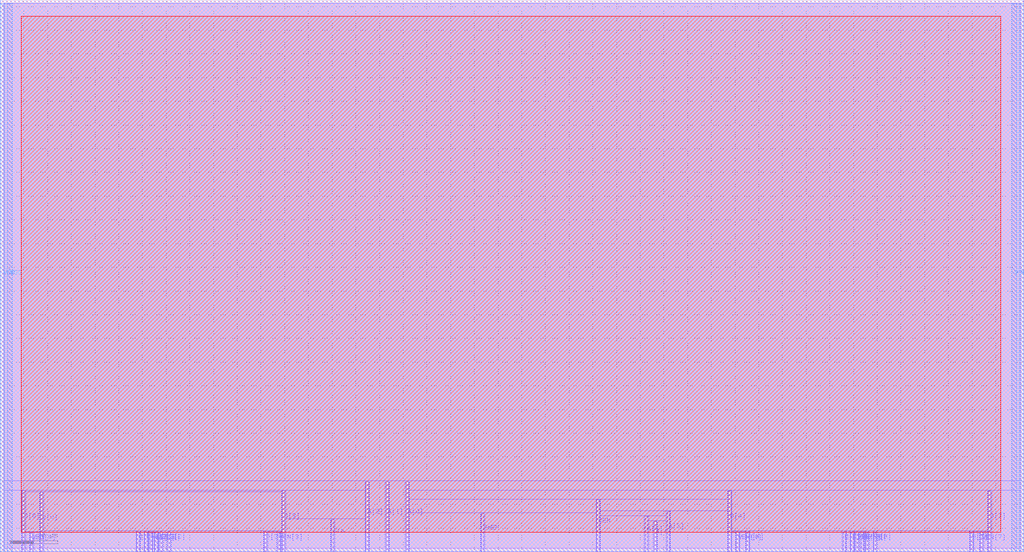
<source format=lef>
VERSION 5.7 ;
  NOWIREEXTENSIONATPIN ON ;
  DIVIDERCHAR "/" ;
  BUSBITCHARS "[]" ;
MACRO gf180_ram_64x8_wrapper
  CLASS BLOCK ;
  FOREIGN gf180_ram_64x8_wrapper ;
  ORIGIN 0.000 0.000 ;
  SIZE 431.860 BY 232.880 ;
  PIN A[0]
    DIRECTION INPUT ;
    USE SIGNAL ;
    ANTENNADIFFAREA 1.997600 ;
    PORT
      LAYER Metal2 ;
        RECT 171.215 0.000 172.335 29.595 ;
    END
  END A[0]
  PIN A[1]
    DIRECTION INPUT ;
    USE SIGNAL ;
    ANTENNADIFFAREA 1.997600 ;
    PORT
      LAYER Metal2 ;
        RECT 162.760 0.000 163.880 29.595 ;
    END
  END A[1]
  PIN A[2]
    DIRECTION INPUT ;
    USE SIGNAL ;
    ANTENNADIFFAREA 1.997600 ;
    PORT
      LAYER Metal2 ;
        RECT 154.295 0.000 155.415 29.595 ;
    END
  END A[2]
  PIN A[3]
    DIRECTION INPUT ;
    USE SIGNAL ;
    ANTENNADIFFAREA 1.997600 ;
    PORT
      LAYER Metal2 ;
        RECT 281.325 0.000 282.445 17.090 ;
    END
  END A[3]
  PIN A[4]
    DIRECTION INPUT ;
    USE SIGNAL ;
    ANTENNADIFFAREA 1.997600 ;
    PORT
      LAYER Metal2 ;
        RECT 275.820 0.000 276.940 12.835 ;
    END
  END A[4]
  PIN A[5]
    DIRECTION INPUT ;
    USE SIGNAL ;
    ANTENNADIFFAREA 1.997600 ;
    PORT
      LAYER Metal2 ;
        RECT 272.085 0.000 273.205 14.915 ;
    END
  END A[5]
  PIN CEN
    DIRECTION INPUT ;
    USE SIGNAL ;
    ANTENNADIFFAREA 1.997600 ;
    PORT
      LAYER Metal2 ;
        RECT 251.710 0.000 252.830 21.910 ;
    END
  END CEN
  PIN CLK
    DIRECTION INPUT ;
    USE SIGNAL ;
    ANTENNAGATEAREA 44.706600 ;
    PORT
      LAYER Metal2 ;
        RECT 139.680 0.000 140.800 13.650 ;
    END
  END CLK
  PIN D[0]
    DIRECTION INPUT ;
    USE SIGNAL ;
    ANTENNAGATEAREA 1.152000 ;
    PORT
      LAYER Metal2 ;
        RECT 9.320 0.000 10.440 25.675 ;
    END
  END D[0]
  PIN D[1]
    DIRECTION INPUT ;
    USE SIGNAL ;
    ANTENNAGATEAREA 1.152000 ;
    PORT
      LAYER Metal2 ;
        RECT 61.030 0.000 62.150 8.500 ;
    END
  END D[1]
  PIN D[2]
    DIRECTION INPUT ;
    USE SIGNAL ;
    ANTENNAGATEAREA 1.152000 ;
    PORT
      LAYER Metal2 ;
        RECT 67.270 0.000 68.390 8.500 ;
    END
  END D[2]
  PIN D[3]
    DIRECTION INPUT ;
    USE SIGNAL ;
    ANTENNAGATEAREA 1.152000 ;
    PORT
      LAYER Metal2 ;
        RECT 118.975 0.000 120.095 25.670 ;
    END
  END D[3]
  PIN D[4]
    DIRECTION INPUT ;
    USE SIGNAL ;
    ANTENNAGATEAREA 1.152000 ;
    PORT
      LAYER Metal2 ;
        RECT 307.235 0.000 308.355 25.675 ;
    END
  END D[4]
  PIN D[5]
    DIRECTION INPUT ;
    USE SIGNAL ;
    ANTENNAGATEAREA 1.152000 ;
    PORT
      LAYER Metal2 ;
        RECT 358.910 0.000 360.030 8.505 ;
    END
  END D[5]
  PIN D[6]
    DIRECTION INPUT ;
    USE SIGNAL ;
    ANTENNAGATEAREA 1.152000 ;
    PORT
      LAYER Metal2 ;
        RECT 365.150 0.000 366.270 8.505 ;
    END
  END D[6]
  PIN D[7]
    DIRECTION INPUT ;
    USE SIGNAL ;
    ANTENNAGATEAREA 1.152000 ;
    PORT
      LAYER Metal2 ;
        RECT 416.860 0.000 417.980 25.675 ;
    END
  END D[7]
  PIN GWEN
    DIRECTION INPUT ;
    USE SIGNAL ;
    ANTENNAGATEAREA 14.466000 ;
    PORT
      LAYER Metal2 ;
        RECT 202.940 0.000 204.060 16.150 ;
    END
  END GWEN
  PIN Q[0]
    DIRECTION OUTPUT ;
    USE SIGNAL ;
    ANTENNADIFFAREA 11.328000 ;
    PORT
      LAYER Metal2 ;
        RECT 16.900 0.000 18.020 25.005 ;
    END
  END Q[0]
  PIN Q[1]
    DIRECTION OUTPUT ;
    USE SIGNAL ;
    ANTENNADIFFAREA 11.328000 ;
    PORT
      LAYER Metal2 ;
        RECT 57.665 0.000 58.785 8.500 ;
    END
  END Q[1]
  PIN Q[2]
    DIRECTION OUTPUT ;
    USE SIGNAL ;
    ANTENNADIFFAREA 11.328000 ;
    PORT
      LAYER Metal2 ;
        RECT 70.635 0.000 71.755 8.500 ;
    END
  END Q[2]
  PIN Q[3]
    DIRECTION OUTPUT ;
    USE SIGNAL ;
    ANTENNADIFFAREA 11.328000 ;
    PORT
      LAYER Metal2 ;
        RECT 111.395 0.000 112.515 8.505 ;
    END
  END Q[3]
  PIN Q[4]
    DIRECTION OUTPUT ;
    USE SIGNAL ;
    ANTENNADIFFAREA 11.328000 ;
    PORT
      LAYER Metal2 ;
        RECT 314.790 0.000 315.910 8.505 ;
    END
  END Q[4]
  PIN Q[5]
    DIRECTION OUTPUT ;
    USE SIGNAL ;
    ANTENNADIFFAREA 11.328000 ;
    PORT
      LAYER Metal2 ;
        RECT 355.545 0.000 356.665 8.505 ;
    END
  END Q[5]
  PIN Q[6]
    DIRECTION OUTPUT ;
    USE SIGNAL ;
    ANTENNADIFFAREA 11.328000 ;
    PORT
      LAYER Metal2 ;
        RECT 368.515 0.000 369.635 8.505 ;
    END
  END Q[6]
  PIN Q[7]
    DIRECTION OUTPUT ;
    USE SIGNAL ;
    ANTENNADIFFAREA 11.328000 ;
    PORT
      LAYER Metal2 ;
        RECT 409.275 0.000 410.395 8.505 ;
    END
  END Q[7]
  PIN VDD
    DIRECTION INOUT ;
    USE POWER ;
    PORT
      LAYER Metal4 ;
        RECT 0.000 0.000 2.000 231.280 ;
    END
    PORT
      LAYER Metal4 ;
        RECT 426.800 0.000 428.800 231.280 ;
    END
  END VDD
  PIN VSS
    DIRECTION INOUT ;
    USE GROUND ;
    PORT
      LAYER Metal4 ;
        RECT 3.000 0.000 5.000 231.280 ;
    END
    PORT
      LAYER Metal4 ;
        RECT 429.800 0.000 431.800 231.280 ;
    END
  END VSS
  PIN WEN[0]
    DIRECTION INPUT ;
    USE SIGNAL ;
    ANTENNAGATEAREA 1.938000 ;
    PORT
      LAYER Metal2 ;
        RECT 12.695 0.000 13.815 8.185 ;
    END
  END WEN[0]
  PIN WEN[1]
    DIRECTION INPUT ;
    USE SIGNAL ;
    ANTENNAGATEAREA 1.938000 ;
    PORT
      LAYER Metal2 ;
        RECT 63.020 0.000 64.140 8.185 ;
    END
  END WEN[1]
  PIN WEN[2]
    DIRECTION INPUT ;
    USE SIGNAL ;
    ANTENNAGATEAREA 1.938000 ;
    PORT
      LAYER Metal2 ;
        RECT 65.270 0.000 66.390 8.185 ;
    END
  END WEN[2]
  PIN WEN[3]
    DIRECTION INPUT ;
    USE SIGNAL ;
    ANTENNAGATEAREA 1.938000 ;
    PORT
      LAYER Metal2 ;
        RECT 117.020 0.000 118.140 8.185 ;
    END
  END WEN[3]
  PIN WEN[4]
    DIRECTION INPUT ;
    USE SIGNAL ;
    ANTENNAGATEAREA 1.938000 ;
    PORT
      LAYER Metal2 ;
        RECT 310.575 0.000 311.695 8.185 ;
    END
  END WEN[4]
  PIN WEN[5]
    DIRECTION INPUT ;
    USE SIGNAL ;
    ANTENNAGATEAREA 1.938000 ;
    PORT
      LAYER Metal2 ;
        RECT 360.900 0.000 362.020 8.185 ;
    END
  END WEN[5]
  PIN WEN[6]
    DIRECTION INPUT ;
    USE SIGNAL ;
    ANTENNAGATEAREA 1.938000 ;
    PORT
      LAYER Metal2 ;
        RECT 363.150 0.000 364.270 8.185 ;
    END
  END WEN[6]
  PIN WEN[7]
    DIRECTION INPUT ;
    USE SIGNAL ;
    ANTENNAGATEAREA 1.938000 ;
    PORT
      LAYER Metal2 ;
        RECT 413.475 0.000 414.595 8.185 ;
    END
  END WEN[7]
  OBS
      LAYER Nwell ;
        RECT 8.870 8.245 422.170 225.950 ;
      LAYER Metal1 ;
        RECT 1.410 1.410 430.450 231.470 ;
      LAYER Metal2 ;
        RECT 1.410 29.895 430.450 231.470 ;
        RECT 1.410 25.975 153.995 29.895 ;
        RECT 1.410 0.000 9.020 25.975 ;
        RECT 10.740 25.970 153.995 25.975 ;
        RECT 10.740 25.305 118.675 25.970 ;
        RECT 10.740 8.485 16.600 25.305 ;
        RECT 10.740 0.000 12.395 8.485 ;
        RECT 14.115 0.000 16.600 8.485 ;
        RECT 18.320 8.805 118.675 25.305 ;
        RECT 18.320 8.800 111.095 8.805 ;
        RECT 18.320 0.000 57.365 8.800 ;
        RECT 59.085 0.000 60.730 8.800 ;
        RECT 62.450 8.485 66.970 8.800 ;
        RECT 62.450 0.000 62.720 8.485 ;
        RECT 64.440 0.000 64.970 8.485 ;
        RECT 66.690 0.000 66.970 8.485 ;
        RECT 68.690 0.000 70.335 8.800 ;
        RECT 72.055 0.000 111.095 8.800 ;
        RECT 112.815 8.485 118.675 8.805 ;
        RECT 112.815 0.000 116.720 8.485 ;
        RECT 118.440 0.000 118.675 8.485 ;
        RECT 120.395 13.950 153.995 25.970 ;
        RECT 120.395 0.000 139.380 13.950 ;
        RECT 141.100 0.000 153.995 13.950 ;
        RECT 155.715 0.000 162.460 29.895 ;
        RECT 164.180 0.000 170.915 29.895 ;
        RECT 172.635 25.975 430.450 29.895 ;
        RECT 172.635 22.210 306.935 25.975 ;
        RECT 172.635 16.450 251.410 22.210 ;
        RECT 172.635 0.000 202.640 16.450 ;
        RECT 204.360 0.000 251.410 16.450 ;
        RECT 253.130 17.390 306.935 22.210 ;
        RECT 253.130 15.215 281.025 17.390 ;
        RECT 253.130 0.000 271.785 15.215 ;
        RECT 273.505 13.135 281.025 15.215 ;
        RECT 273.505 0.000 275.520 13.135 ;
        RECT 277.240 0.000 281.025 13.135 ;
        RECT 282.745 0.000 306.935 17.390 ;
        RECT 308.655 8.805 416.560 25.975 ;
        RECT 308.655 8.485 314.490 8.805 ;
        RECT 308.655 0.000 310.275 8.485 ;
        RECT 311.995 0.000 314.490 8.485 ;
        RECT 316.210 0.000 355.245 8.805 ;
        RECT 356.965 0.000 358.610 8.805 ;
        RECT 360.330 8.485 364.850 8.805 ;
        RECT 360.330 0.000 360.600 8.485 ;
        RECT 362.320 0.000 362.850 8.485 ;
        RECT 364.570 0.000 364.850 8.485 ;
        RECT 366.570 0.000 368.215 8.805 ;
        RECT 369.935 0.000 408.975 8.805 ;
        RECT 410.695 8.485 416.560 8.805 ;
        RECT 410.695 0.000 413.175 8.485 ;
        RECT 414.895 0.000 416.560 8.485 ;
        RECT 418.280 0.000 430.450 25.975 ;
      LAYER Metal3 ;
        RECT 0.000 0.000 431.860 232.880 ;
  END
END gf180_ram_64x8_wrapper
END LIBRARY


</source>
